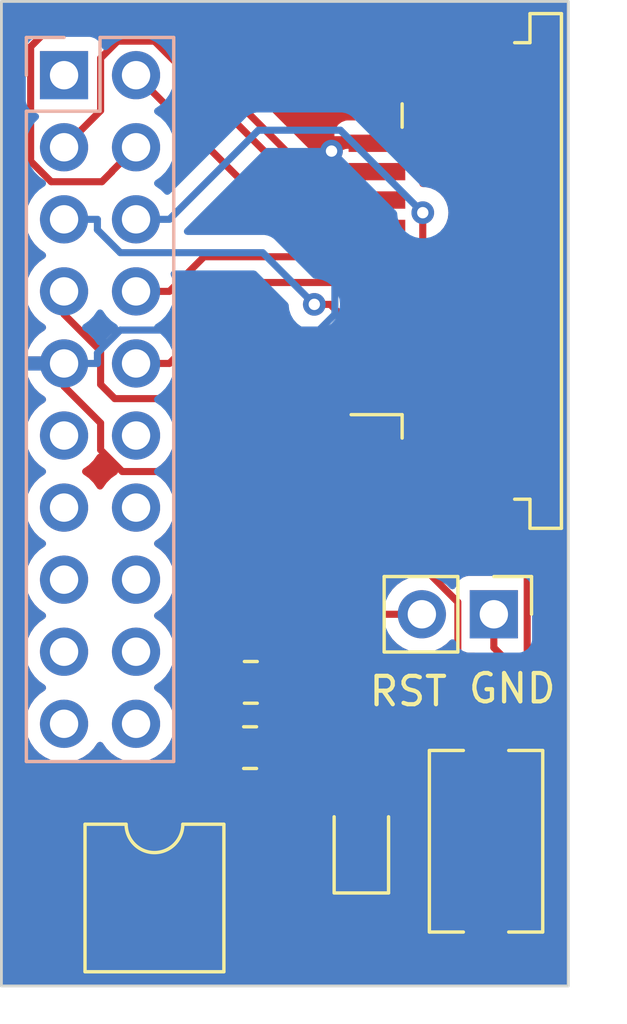
<source format=kicad_pcb>
(kicad_pcb (version 20240108) (generator "pcbnew") (generator_version "8.0")
  (title_block (comment 4 "AISLER Project ID: MQEDLPEL"))
  (layers (0 "F.Cu" signal) (31 "B.Cu" signal) (34 "B.Paste" user) (35 "F.Paste" user) (36 "B.SilkS" user "B.Silkscreen") (37 "F.SilkS" user "F.Silkscreen") (38 "B.Mask" user) (39 "F.Mask" user) (44 "Edge.Cuts" user))
  (net 0 "")
  (net 1 "P_CS1")
  (net 2 "P_MISO")
  (net 3 "P_IO2")
  (net 4 "GND")
  (net 5 "P_MOSI")
  (net 6 "P_CLK")
  (net 7 "P_IO3")
  (net 8 "+3.3V")
  (net 9 "P_CS2")
  (net 19 "Net-(J3-Pin_2)")
  (net 21 "Net-(J4-Pin_1)")
  (net 22 "Net-(J3-Pin_1)")
  (net 23 "Net-(R1-Pad2)")
  (net 24 "Net-(D1-A)")
  (footprint "Connector_PinHeader_2.54mm:PinHeader_1x02_P2.54mm_Vertical" (layer "F.Cu") (at 17.375 21.6 -90)
    (property "Reference" "J3" (hide yes))
    (property "Value" "Conn_01x02_Pin" (hide yes))
    (fp_line (start -1.33 3.87) (end 1.33 3.87) (stroke (width 0.12)) (layer "F.SilkS"))
    (fp_line (start -1.33 1.27) (end -1.33 3.87) (stroke (width 0.12)) (layer "F.SilkS"))
    (fp_line (start -1.33 1.27) (end 1.33 1.27) (stroke (width 0.12)) (layer "F.SilkS"))
    (fp_line (start 1.33 1.27) (end 1.33 3.87) (stroke (width 0.12)) (layer "F.SilkS"))
    (fp_line (start -1.33 0) (end -1.33 -1.33) (stroke (width 0.12)) (layer "F.SilkS"))
    (fp_line (start -1.33 -1.33) (end 0 -1.33) (stroke (width 0.12)) (layer "F.SilkS"))
    (pad "1" thru_hole rect (at 0 0 270) (size 1.7 1.7) (drill 1) (layers "*.Cu" "*.Mask") (net 22 "Net-(J3-Pin_1)"))
    (pad "2" thru_hole oval (at 0 2.54 270) (size 1.7 1.7) (drill 1) (layers "*.Cu" "*.Mask") (net 19 "Net-(J3-Pin_2)"))
  )
  (footprint "Resistor_SMD:R_0805_2012Metric" (layer "F.Cu") (at 8.775 26.3 180)
    (property "Reference" "R2" (hide yes))
    (property "Value" "R300")
    (fp_line (start -0.227064 0.735) (end 0.227064 0.735) (stroke (width 0.12)) (layer "F.SilkS"))
    (fp_line (start -0.227064 -0.735) (end 0.227064 -0.735) (stroke (width 0.12)) (layer "F.SilkS"))
    (pad "1" smd roundrect (at -0.9125 0 180) (size 1.025 1.4) (layers "F.Cu" "F.Paste" "F.Mask") (roundrect_rratio 0.243902) (net 24 "Net-(D1-A)"))
    (pad "2" smd roundrect (at 0.9125 0 180) (size 1.025 1.4) (layers "F.Cu" "F.Paste" "F.Mask") (roundrect_rratio 0.243902) (net 19 "Net-(J3-Pin_2)"))
  )
  (footprint "Resistor_SMD:R_0805_2012Metric" (layer "F.Cu") (at 8.8 24)
    (property "Reference" "R1" (hide yes))
    (property "Value" "R100")
    (fp_line (start -0.227064 -0.735) (end 0.227064 -0.735) (stroke (width 0.12)) (layer "F.SilkS"))
    (fp_line (start -0.227064 0.735) (end 0.227064 0.735) (stroke (width 0.12)) (layer "F.SilkS"))
    (pad "1" smd roundrect (at -0.9125 0) (size 1.025 1.4) (layers "F.Cu" "F.Paste" "F.Mask") (roundrect_rratio 0.243902) (net 19 "Net-(J3-Pin_2)"))
    (pad "2" smd roundrect (at 0.9125 0) (size 1.025 1.4) (layers "F.Cu" "F.Paste" "F.Mask") (roundrect_rratio 0.243902) (net 23 "Net-(R1-Pad2)"))
  )
  (footprint "Connector_FFC-FPC:TE_1-84952-0_1x10-1MP_P1.0mm_Horizontal" (layer "F.Cu") (at 15.05 9.5 90)
    (property "Reference" "J4" (hide yes))
    (property "Value" "Conn_01x10_Socket" (hide yes))
    (fp_line (start 5.065 -0.91) (end 5.89 -0.91) (stroke (width 0.12)) (layer "F.SilkS"))
    (fp_line (start -5.065 -0.91) (end -5.065 -2.71) (stroke (width 0.12)) (layer "F.SilkS"))
    (fp_line (start -5.89 -0.91) (end -5.065 -0.91) (stroke (width 0.12)) (layer "F.SilkS"))
    (fp_line (start 8.045 3.06) (end 8.045 3.6) (stroke (width 0.12)) (layer "F.SilkS"))
    (fp_line (start 9.07 3.6) (end 9.07 4.71) (stroke (width 0.12)) (layer "F.SilkS"))
    (fp_line (start 8.045 3.6) (end 9.07 3.6) (stroke (width 0.12)) (layer "F.SilkS"))
    (fp_line (start -8.045 3.6) (end -8.045 3.06) (stroke (width 0.12)) (layer "F.SilkS"))
    (fp_line (start -9.07 3.6) (end -8.045 3.6) (stroke (width 0.12)) (layer "F.SilkS"))
    (fp_line (start 9.07 4.71) (end -9.07 4.71) (stroke (width 0.12)) (layer "F.SilkS"))
    (fp_line (start -9.07 4.71) (end -9.07 3.6) (stroke (width 0.12)) (layer "F.SilkS"))
    (pad "1" smd rect (at -4.5 -1.8 90) (size 0.61 2) (layers "F.Cu" "F.Paste" "F.Mask") (net 21 "Net-(J4-Pin_1)"))
    (pad "2" smd rect (at -3.5 -1.8 90) (size 0.61 2) (layers "F.Cu" "F.Paste" "F.Mask") (net 7 "P_IO3"))
    (pad "3" smd rect (at -2.5 -1.8 90) (size 0.61 2) (layers "F.Cu" "F.Paste" "F.Mask") (net 3 "P_IO2"))
    (pad "4" smd rect (at -1.5 -1.8 90) (size 0.61 2) (layers "F.Cu" "F.Paste" "F.Mask") (net 2 "P_MISO"))
    (pad "5" smd rect (at -0.5 -1.8 90) (size 0.61 2) (layers "F.Cu" "F.Paste" "F.Mask") (net 5 "P_MOSI"))
    (pad "6" smd rect (at 0.5 -1.8 90) (size 0.61 2) (layers "F.Cu" "F.Paste" "F.Mask") (net 6 "P_CLK"))
    (pad "7" smd rect (at 1.5 -1.8 90) (size 0.61 2) (layers "F.Cu" "F.Paste" "F.Mask") (net 9 "P_CS2"))
    (pad "8" smd rect (at 2.5 -1.8 90) (size 0.61 2) (layers "F.Cu" "F.Paste" "F.Mask") (net 1 "P_CS1"))
    (pad "9" smd rect (at 3.5 -1.8 90) (size 0.61 2) (layers "F.Cu" "F.Paste" "F.Mask") (net 8 "+3.3V"))
    (pad "10" smd rect (at 4.5 -1.8 90) (size 0.61 2) (layers "F.Cu" "F.Paste" "F.Mask") (net 4 "GND"))
    (pad "MP" smd rect (at -7.49 1 90) (size 2.68 3.6) (layers "F.Cu" "F.Paste" "F.Mask"))
    (pad "MP" smd rect (at 7.49 1 90) (size 2.68 3.6) (layers "F.Cu" "F.Paste" "F.Mask"))
  )
  (footprint "Button_Switch_SMD:SW_Tactile_SPST_NO_Straight_CK_PTS636Sx25SMTRLFS" (layer "F.Cu") (at 17.1 29.6 -90)
    (property "Reference" "SW1" (hide yes))
    (property "Value" "SW_Push" (hide yes))
    (fp_line (start -3.2 2) (end 3.2 2) (stroke (width 0.12)) (layer "F.SilkS"))
    (fp_line (start 3.2 2) (end 3.2 0.8) (stroke (width 0.12)) (layer "F.SilkS"))
    (fp_line (start -3.2 0.8) (end -3.2 2) (stroke (width 0.12)) (layer "F.SilkS"))
    (fp_line (start 3.2 -0.8) (end 3.2 -2) (stroke (width 0.12)) (layer "F.SilkS"))
    (fp_line (start -3.2 -2) (end -3.2 -0.8) (stroke (width 0.12)) (layer "F.SilkS"))
    (fp_line (start 3.2 -2) (end -3.2 -2) (stroke (width 0.12)) (layer "F.SilkS"))
    (pad "1" smd rect (at -3.875 0 270) (size 1.25 1) (layers "F.Cu" "F.Paste" "F.Mask") (net 4 "GND"))
    (pad "2" smd rect (at 3.875 0 270) (size 1.25 1) (layers "F.Cu" "F.Paste" "F.Mask") (net 21 "Net-(J4-Pin_1)"))
  )
  (footprint "LED_SMD:LED_0805_2012Metric" (layer "F.Cu") (at 12.7 29.7375 90)
    (property "Reference" "D1" (hide yes))
    (property "Value" "LED" (hide yes))
    (fp_line (start 1 -0.96) (end -1.685 -0.96) (stroke (width 0.12)) (layer "F.SilkS"))
    (fp_line (start -1.685 -0.96) (end -1.685 0.96) (stroke (width 0.12)) (layer "F.SilkS"))
    (fp_line (start -1.685 0.96) (end 1 0.96) (stroke (width 0.12)) (layer "F.SilkS"))
    (pad "1" smd roundrect (at -0.9375 0 90) (size 0.975 1.4) (layers "F.Cu" "F.Paste" "F.Mask") (net 4 "GND"))
    (pad "2" smd roundrect (at 0.9375 0 90) (size 0.975 1.4) (layers "F.Cu" "F.Paste" "F.Mask") (net 24 "Net-(D1-A)"))
  )
  (footprint "Package_DIP:SMDIP-4_W7.62mm" (layer "F.Cu") (at 5.4 31.6)
    (property "Reference" "U1" (hide yes))
    (property "Value" "~")
    (fp_line (start -2.45 -2.6) (end -2.45 2.6) (stroke (width 0.12)) (layer "F.SilkS"))
    (fp_line (start -2.45 2.6) (end 2.45 2.6) (stroke (width 0.12)) (layer "F.SilkS"))
    (fp_line (start -1 -2.6) (end -2.45 -2.6) (stroke (width 0.12)) (layer "F.SilkS"))
    (fp_line (start 2.45 -2.6) (end 1 -2.6) (stroke (width 0.12)) (layer "F.SilkS"))
    (fp_line (start 2.45 2.6) (end 2.45 -2.6) (stroke (width 0.12)) (layer "F.SilkS"))
    (fp_arc (start 1 -2.6) (mid 0 -1.6) (end -1 -2.6) (stroke (width 0.12)) (layer "F.SilkS"))
    (pad "1" smd rect (at -3.81 -1.27) (size 2 1.78) (layers "F.Cu" "F.Paste" "F.Mask") (net 23 "Net-(R1-Pad2)"))
    (pad "2" smd rect (at -3.81 1.27) (size 2 1.78) (layers "F.Cu" "F.Paste" "F.Mask") (net 22 "Net-(J3-Pin_1)"))
    (pad "3" smd rect (at 3.81 1.27) (size 2 1.78) (layers "F.Cu" "F.Paste" "F.Mask") (net 21 "Net-(J4-Pin_1)"))
    (pad "4" smd rect (at 3.81 -1.27) (size 2 1.78) (layers "F.Cu" "F.Paste" "F.Mask") (net 4 "GND"))
  )
  (footprint "Connector_PinSocket_2.54mm:PinSocket_2x10_P2.54mm_Vertical" (layer "B.Cu") (at 2.21 2.6 180)
    (property "Reference" "J1" (hide yes))
    (property "Value" "Conn_02x10_Odd_Even" (hide yes))
    (fp_line (start 1.33 1.33) (end 1.33 0) (stroke (width 0.12)) (layer "B.SilkS"))
    (fp_line (start 1.33 -1.27) (end 1.33 -24.19) (stroke (width 0.12)) (layer "B.SilkS"))
    (fp_line (start 0 1.33) (end 1.33 1.33) (stroke (width 0.12)) (layer "B.SilkS"))
    (fp_line (start -1.27 1.33) (end -1.27 -1.27) (stroke (width 0.12)) (layer "B.SilkS"))
    (fp_line (start -1.27 -1.27) (end 1.33 -1.27) (stroke (width 0.12)) (layer "B.SilkS"))
    (fp_line (start -3.87 1.33) (end -1.27 1.33) (stroke (width 0.12)) (layer "B.SilkS"))
    (fp_line (start -3.87 1.33) (end -3.87 -24.19) (stroke (width 0.12)) (layer "B.SilkS"))
    (fp_line (start -3.87 -24.19) (end 1.33 -24.19) (stroke (width 0.12)) (layer "B.SilkS"))
    (pad "1" thru_hole rect (at 0 0 180) (size 1.7 1.7) (drill 1) (layers "*.Cu" "*.Mask"))
    (pad "2" thru_hole oval (at -2.54 0 180) (size 1.7 1.7) (drill 1) (layers "*.Cu" "*.Mask") (net 9 "P_CS2"))
    (pad "3" thru_hole oval (at 0 -2.54 180) (size 1.7 1.7) (drill 1) (layers "*.Cu" "*.Mask") (net 1 "P_CS1"))
    (pad "4" thru_hole oval (at -2.54 -2.54 180) (size 1.7 1.7) (drill 1) (layers "*.Cu" "*.Mask") (net 8 "+3.3V"))
    (pad "5" thru_hole oval (at 0 -5.08 180) (size 1.7 1.7) (drill 1) (layers "*.Cu" "*.Mask") (net 2 "P_MISO"))
    (pad "6" thru_hole oval (at -2.54 -5.08 180) (size 1.7 1.7) (drill 1) (layers "*.Cu" "*.Mask") (net 7 "P_IO3"))
    (pad "7" thru_hole oval (at 0 -7.62 180) (size 1.7 1.7) (drill 1) (layers "*.Cu" "*.Mask") (net 3 "P_IO2"))
    (pad "8" thru_hole oval (at -2.54 -7.62 180) (size 1.7 1.7) (drill 1) (layers "*.Cu" "*.Mask") (net 6 "P_CLK"))
    (pad "9" thru_hole oval (at 0 -10.16 180) (size 1.7 1.7) (drill 1) (layers "*.Cu" "*.Mask") (net 4 "GND"))
    (pad "10" thru_hole oval (at -2.54 -10.16 180) (size 1.7 1.7) (drill 1) (layers "*.Cu" "*.Mask") (net 5 "P_MOSI"))
    (pad "11" thru_hole oval (at 0 -12.7 180) (size 1.7 1.7) (drill 1) (layers "*.Cu" "*.Mask"))
    (pad "12" thru_hole oval (at -2.54 -12.7 180) (size 1.7 1.7) (drill 1) (layers "*.Cu" "*.Mask"))
    (pad "13" thru_hole oval (at 0 -15.24 180) (size 1.7 1.7) (drill 1) (layers "*.Cu" "*.Mask"))
    (pad "14" thru_hole oval (at -2.54 -15.24 180) (size 1.7 1.7) (drill 1) (layers "*.Cu" "*.Mask"))
    (pad "15" thru_hole oval (at 0 -17.78 180) (size 1.7 1.7) (drill 1) (layers "*.Cu" "*.Mask"))
    (pad "16" thru_hole oval (at -2.54 -17.78 180) (size 1.7 1.7) (drill 1) (layers "*.Cu" "*.Mask"))
    (pad "17" thru_hole oval (at 0 -20.32 180) (size 1.7 1.7) (drill 1) (layers "*.Cu" "*.Mask"))
    (pad "18" thru_hole oval (at -2.54 -20.32 180) (size 1.7 1.7) (drill 1) (layers "*.Cu" "*.Mask"))
    (pad "19" thru_hole oval (at 0 -22.86 180) (size 1.7 1.7) (drill 1) (layers "*.Cu" "*.Mask"))
    (pad "20" thru_hole oval (at -2.54 -22.86 180) (size 1.7 1.7) (drill 1) (layers "*.Cu" "*.Mask"))
  )
  (gr_rect (start 0 0) (end 20 34.7) (stroke (width 0.1)) (fill none) (layer "Edge.Cuts"))
  (gr_text "GND" (at 16.4 24.8 0) (layer "F.SilkS") (effects (font (size 1 1)) (justify left bottom)))
  (gr_text "RST" (at 12.9 24.9 0) (layer "F.SilkS") (effects (font (size 1 1)) (justify left bottom)))
  (segment (start 3.5 2) (end 4.1 1.4) (width 0.25) (layer "F.Cu") (net 1))
  (segment (start 2.21 5.14) (end 3.5 3.85) (width 0.25) (layer "F.Cu") (net 1))
  (segment (start 11 7) (end 13.25 7) (width 0.25) (layer "F.Cu") (net 1))
  (segment (start 3.5 3.85) (end 3.5 2) (width 0.25) (layer "F.Cu") (net 1))
  (segment (start 4.1 1.4) (end 5.4 1.4) (width 0.25) (layer "F.Cu") (net 1))
  (segment (start 5.4 1.4) (end 11 7) (width 0.25) (layer "F.Cu") (net 1))
  (segment (start 11.9233 11) (end 11.6009 10.6776) (width 0.25) (layer "F.Cu") (net 2))
  (segment (start 11.6009 10.6776) (end 11.0399 10.6776) (width 0.25) (layer "F.Cu") (net 2))
  (segment (start 13.25 11) (end 11.9233 11) (width 0.25) (layer "F.Cu") (net 2))
  (via (at 11.0399 10.6776) (size 0.8) (drill 0.4) (layers "F.Cu" "B.Cu") (net 2))
  (segment (start 3.3867 7.68) (end 3.3867 8.0478) (width 0.25) (layer "B.Cu") (net 2))
  (segment (start 4.1956 8.8567) (end 9.219 8.8567) (width 0.25) (layer "B.Cu") (net 2))
  (segment (start 3.3867 8.0478) (end 4.1956 8.8567) (width 0.25) (layer "B.Cu") (net 2))
  (segment (start 2.21 7.68) (end 3.3867 7.68) (width 0.25) (layer "B.Cu") (net 2))
  (segment (start 9.219 8.8567) (end 11.0399 10.6776) (width 0.25) (layer "B.Cu") (net 2))
  (segment (start 6.5618 14) (end 8.5618 12) (width 0.25) (layer "F.Cu") (net 3))
  (segment (start 3.5 12.3189) (end 3.5 13.5) (width 0.25) (layer "F.Cu") (net 3))
  (segment (start 8.5618 12) (end 13.25 12) (width 0.25) (layer "F.Cu") (net 3))
  (segment (start 4 14) (end 6.5618 14) (width 0.25) (layer "F.Cu") (net 3))
  (segment (start 3.5 13.5) (end 4 14) (width 0.25) (layer "F.Cu") (net 3))
  (segment (start 2.21 11.0289) (end 3.5 12.3189) (width 0.25) (layer "F.Cu") (net 3))
  (segment (start 2.21 10.22) (end 2.21 11.0289) (width 0.25) (layer "F.Cu") (net 3))
  (segment (start 17.0313 25.9987) (end 12.5829 30.4471) (width 0.25) (layer "F.Cu") (net 4))
  (segment (start 3.5 14.8589) (end 2.21 13.5689) (width 0.25) (layer "F.Cu") (net 4))
  (segment (start 12.4658 30.33) (end 10.5367 30.33) (width 0.25) (layer "F.Cu") (net 4))
  (segment (start 3.5 15.805851) (end 3.5 14.8589) (width 0.25) (layer "F.Cu") (net 4))
  (segment (start 11.6477 5.2756) (end 11.9233 5) (width 0.25) (layer "F.Cu") (net 4))
  (segment (start 17.0313 25.725) (end 16.1051 24.7988) (width 0.25) (layer "F.Cu") (net 4))
  (segment (start 12.7 30.675) (end 12.7 30.5642) (width 0.25) (layer "F.Cu") (net 4))
  (segment (start 12.5829 30.4471) (end 12.4658 30.33) (width 0.25) (layer "F.Cu") (net 4))
  (segment (start 12.7 30.5642) (end 12.5829 30.4471) (width 0.25) (layer "F.Cu") (net 4))
  (segment (start 16.1051 21.173) (end 11.5021 16.57) (width 0.25) (layer "F.Cu") (net 4))
  (segment (start 2.21 13.5689) (end 2.21 12.76) (width 0.25) (layer "F.Cu") (net 4))
  (segment (start 16.1051 24.7988) (end 16.1051 21.173) (width 0.25) (layer "F.Cu") (net 4))
  (segment (start 17.1 25.725) (end 17.0313 25.725) (width 0.25) (layer "F.Cu") (net 4))
  (segment (start 4.264149 16.57) (end 3.5 15.805851) (width 0.25) (layer "F.Cu") (net 4))
  (segment (start 11.5021 16.57) (end 4.264149 16.57) (width 0.25) (layer "F.Cu") (net 4))
  (segment (start 13.25 5) (end 11.9233 5) (width 0.25) (layer "F.Cu") (net 4))
  (segment (start 17.0313 25.725) (end 17.0313 25.9987) (width 0.25) (layer "F.Cu") (net 4))
  (segment (start 9.21 30.33) (end 10.5367 30.33) (width 0.25) (layer "F.Cu") (net 4))
  (via (at 11.6477 5.2756) (size 0.8) (drill 0.4) (layers "F.Cu" "B.Cu") (net 4))
  (segment (start 11.7667 5.3946) (end 11.6477 5.2756) (width 0.25) (layer "B.Cu") (net 4))
  (segment (start 3.3867 12.3922) (end 4.1956 11.5833) (width 0.25) (layer "B.Cu") (net 4))
  (segment (start 2.21 12.76) (end 3.3867 12.76) (width 0.25) (layer "B.Cu") (net 4))
  (segment (start 11.2117 11.5833) (end 11.7667 11.0283) (width 0.25) (layer "B.Cu") (net 4))
  (segment (start 4.1956 11.5833) (end 11.2117 11.5833) (width 0.25) (layer "B.Cu") (net 4))
  (segment (start 11.7667 11.0283) (end 11.7667 5.3946) (width 0.25) (layer "B.Cu") (net 4))
  (segment (start 3.3867 12.76) (end 3.3867 12.3922) (width 0.25) (layer "B.Cu") (net 4))
  (segment (start 8.7792 9.9075) (end 11.8308 9.9075) (width 0.25) (layer "F.Cu") (net 5))
  (segment (start 5.9267 12.76) (end 8.7792 9.9075) (width 0.25) (layer "F.Cu") (net 5))
  (segment (start 4.75 12.76) (end 5.9267 12.76) (width 0.25) (layer "F.Cu") (net 5))
  (segment (start 11.8308 9.9075) (end 11.9233 10) (width 0.25) (layer "F.Cu") (net 5))
  (segment (start 13.25 10) (end 11.9233 10) (width 0.25) (layer "F.Cu") (net 5))
  (segment (start 7.1467 9) (end 5.9267 10.22) (width 0.25) (layer "F.Cu") (net 6))
  (segment (start 4.75 10.22) (end 5.9267 10.22) (width 0.25) (layer "F.Cu") (net 6))
  (segment (start 13.25 9) (end 7.1467 9) (width 0.25) (layer "F.Cu") (net 6))
  (segment (start 14.5767 13) (end 14.8675 12.7092) (width 0.25) (layer "F.Cu") (net 7))
  (segment (start 14.8675 12.7092) (end 14.8675 7.4456) (width 0.25) (layer "F.Cu") (net 7))
  (segment (start 13.25 13) (end 14.5767 13) (width 0.25) (layer "F.Cu") (net 7))
  (via (at 14.8675 7.4456) (size 0.8) (drill 0.4) (layers "F.Cu" "B.Cu") (net 7))
  (segment (start 5.9267 7.68) (end 9.0677 4.539) (width 0.25) (layer "B.Cu") (net 7))
  (segment (start 9.0677 4.539) (end 11.9609 4.539) (width 0.25) (layer "B.Cu") (net 7))
  (segment (start 11.9609 4.539) (end 14.8675 7.4456) (width 0.25) (layer "B.Cu") (net 7))
  (segment (start 4.75 7.68) (end 5.9267 7.68) (width 0.25) (layer "B.Cu") (net 7))
  (segment (start 3.9 5.99) (end 3.9 6) (width 0.25) (layer "F.Cu") (net 8))
  (segment (start 1.7551 6.3553) (end 1.0312 5.6314) (width 0.25) (layer "F.Cu") (net 8))
  (segment (start 10.8058 6.033) (end 13.217 6.033) (width 0.25) (layer "F.Cu") (net 8))
  (segment (start 3.5447 6.3553) (end 1.7551 6.3553) (width 0.25) (layer "F.Cu") (net 8))
  (segment (start 3.9 6) (end 3.5447 6.3553) (width 0.25) (layer "F.Cu") (net 8))
  (segment (start 4.75 5.14) (end 3.9 5.99) (width 0.25) (layer "F.Cu") (net 8))
  (segment (start 1.7156 0.9126) (end 5.6854 0.9126) (width 0.25) (layer "F.Cu") (net 8))
  (segment (start 13.217 6.033) (end 13.25 6) (width 0.25) (layer "F.Cu") (net 8))
  (segment (start 1.0312 1.597) (end 1.7156 0.9126) (width 0.25) (layer "F.Cu") (net 8))
  (segment (start 5.6854 0.9126) (end 10.8058 6.033) (width 0.25) (layer "F.Cu") (net 8))
  (segment (start 1.0312 5.6314) (end 1.0312 1.597) (width 0.25) (layer "F.Cu") (net 8))
  (segment (start 4.75 2.6) (end 10.15 8) (width 0.25) (layer "F.Cu") (net 9))
  (segment (start 13.25 8) (end 11.9233 8) (width 0.25) (layer "F.Cu") (net 9))
  (segment (start 10.15 8) (end 11.9233 8) (width 0.25) (layer "F.Cu") (net 9))
  (segment (start 7.8875 24) (end 10.2875 21.6) (width 0.25) (layer "F.Cu") (net 19))
  (segment (start 7.8625 26.3) (end 7.8875 26.275) (width 0.25) (layer "F.Cu") (net 19))
  (segment (start 7.8875 26.275) (end 7.8875 24) (width 0.25) (layer "F.Cu") (net 19))
  (segment (start 10.2875 21.6) (end 14.835 21.6) (width 0.25) (layer "F.Cu") (net 19))
  (segment (start 15.6683 32.87) (end 16.2733 33.475) (width 0.25) (layer "F.Cu") (net 21))
  (segment (start 18.5517 15.8232) (end 16.7285 14) (width 0.25) (layer "F.Cu") (net 21))
  (segment (start 17.1 33.475) (end 16.2733 33.475) (width 0.25) (layer "F.Cu") (net 21))
  (segment (start 15.6683 32.87) (end 18.5517 29.9866) (width 0.25) (layer "F.Cu") (net 21))
  (segment (start 16.7285 14) (end 13.25 14) (width 0.25) (layer "F.Cu") (net 21))
  (segment (start 18.5517 29.9866) (end 18.5517 15.8232) (width 0.25) (layer "F.Cu") (net 21))
  (segment (start 9.21 32.87) (end 15.6683 32.87) (width 0.25) (layer "F.Cu") (net 21))
  (segment (start 14.545 31.655) (end 17.9267 28.2733) (width 0.25) (layer "F.Cu") (net 22))
  (segment (start 17.9267 23.3284) (end 17.375 22.7767) (width 0.25) (layer "F.Cu") (net 22))
  (segment (start 2.805 31.655) (end 14.545 31.655) (width 0.25) (layer "F.Cu") (net 22))
  (segment (start 17.9267 28.2733) (end 17.9267 23.3284) (width 0.25) (layer "F.Cu") (net 22))
  (segment (start 1.59 32.87) (end 2.805 31.655) (width 0.25) (layer "F.Cu") (net 22))
  (segment (start 17.375 22.7767) (end 17.375 21.6) (width 0.25) (layer "F.Cu") (net 22))
  (segment (start 8.775 24.9375) (end 9.7125 24) (width 0.25) (layer "F.Cu") (net 23))
  (segment (start 1.59 30.33) (end 5.3735 30.33) (width 0.25) (layer "F.Cu") (net 23))
  (segment (start 5.3735 30.33) (end 8.775 26.9285) (width 0.25) (layer "F.Cu") (net 23))
  (segment (start 8.775 26.9285) (end 8.775 24.9375) (width 0.25) (layer "F.Cu") (net 23))
  (segment (start 12.1875 28.8) (end 9.6875 26.3) (width 0.25) (layer "F.Cu") (net 24))
  (segment (start 12.7 28.8) (end 12.1875 28.8) (width 0.25) (layer "F.Cu") (net 24))
  (zone (net 4) (net_name "GND") (layer "F.Cu") (connect_pads (clearance 0.5)) (min_thickness 0.25) (fill yes (thermal_gap 0.5) (thermal_bridge_width 0.5))
    (polygon (pts (xy 0 0) (xy 0 34.7) (xy 20 34.7) (xy 20 0)))
  )
  (zone (net 4) (net_name "GND") (layer "B.Cu") (priority 1) (connect_pads (clearance 0.5)) (min_thickness 0.25) (fill yes (thermal_gap 0.5) (thermal_bridge_width 0.5))
    (polygon (pts (xy 0 0) (xy 0 34.7) (xy 20 34.7) (xy 20 0)))
  )
)
</source>
